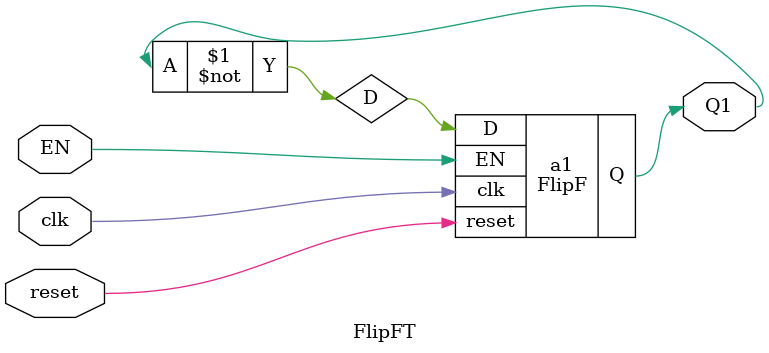
<source format=v>
module FlipF(input wire clk, reset, EN,
            input wire D,
            output reg Q);

always @ (posedge clk or posedge reset)begin
  if (reset) begin
      Q <= 1'b0;
      end
  else if (EN) begin
      Q <= D;
      end
  end

endmodule


module FlipFT(input wire clk, reset, EN,
              output wire Q1);

    wire D;
    not (D, Q1);
    FlipF  a1(clk, reset, EN, D, Q1);

endmodule

</source>
